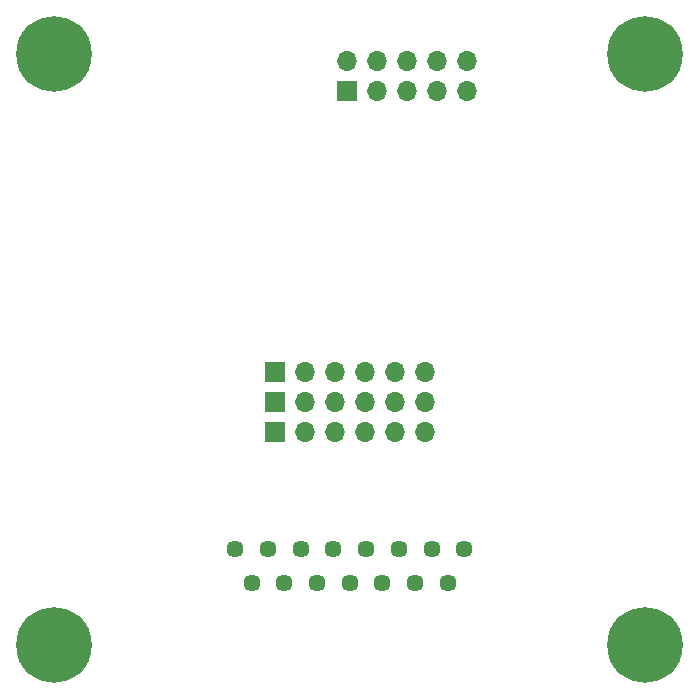
<source format=gbr>
%TF.GenerationSoftware,KiCad,Pcbnew,8.0.0*%
%TF.CreationDate,2024-10-25T11:24:30+02:00*%
%TF.ProjectId,Projet_Animatronic,50726f6a-6574-45f4-916e-696d6174726f,rev?*%
%TF.SameCoordinates,Original*%
%TF.FileFunction,Soldermask,Bot*%
%TF.FilePolarity,Negative*%
%FSLAX46Y46*%
G04 Gerber Fmt 4.6, Leading zero omitted, Abs format (unit mm)*
G04 Created by KiCad (PCBNEW 8.0.0) date 2024-10-25 11:24:30*
%MOMM*%
%LPD*%
G01*
G04 APERTURE LIST*
%ADD10C,1.447800*%
%ADD11C,0.800000*%
%ADD12C,6.400000*%
%ADD13R,1.700000X1.700000*%
%ADD14O,1.700000X1.700000*%
G04 APERTURE END LIST*
D10*
%TO.C,J101*%
X90305000Y-131939993D03*
X93075000Y-131939993D03*
X95844999Y-131939993D03*
X98614999Y-131939993D03*
X101384998Y-131939993D03*
X104154998Y-131939993D03*
X106924998Y-131939993D03*
X109694997Y-131939993D03*
X91690001Y-134779992D03*
X94460001Y-134779992D03*
X97230000Y-134779992D03*
X100000000Y-134779992D03*
X102770000Y-134779992D03*
X105539999Y-134779992D03*
X108309999Y-134779992D03*
%TD*%
D11*
%TO.C,H103*%
X72600000Y-90000000D03*
X73302944Y-88302944D03*
X73302944Y-91697056D03*
X75000000Y-87600000D03*
D12*
X75000000Y-90000000D03*
D11*
X75000000Y-92400000D03*
X76697056Y-88302944D03*
X76697056Y-91697056D03*
X77400000Y-90000000D03*
%TD*%
D13*
%TO.C,J103*%
X99760000Y-93140000D03*
D14*
X99760000Y-90600000D03*
X102300000Y-93140000D03*
X102300000Y-90600000D03*
X104840000Y-93140000D03*
X104840000Y-90600000D03*
X107380000Y-93140000D03*
X107380000Y-90600000D03*
X109920000Y-93140000D03*
X109920000Y-90600000D03*
%TD*%
D11*
%TO.C,H102*%
X122600000Y-140000000D03*
X123302944Y-138302944D03*
X123302944Y-141697056D03*
X125000000Y-137600000D03*
D12*
X125000000Y-140000000D03*
D11*
X125000000Y-142400000D03*
X126697056Y-138302944D03*
X126697056Y-141697056D03*
X127400000Y-140000000D03*
%TD*%
%TO.C,H101*%
X72600000Y-140000000D03*
X73302944Y-138302944D03*
X73302944Y-141697056D03*
X75000000Y-137600000D03*
D12*
X75000000Y-140000000D03*
D11*
X75000000Y-142400000D03*
X76697056Y-138302944D03*
X76697056Y-141697056D03*
X77400000Y-140000000D03*
%TD*%
%TO.C,H104*%
X122600000Y-90000000D03*
X123302944Y-88302944D03*
X123302944Y-91697056D03*
X125000000Y-87600000D03*
D12*
X125000000Y-90000000D03*
D11*
X125000000Y-92400000D03*
X126697056Y-88302944D03*
X126697056Y-91697056D03*
X127400000Y-90000000D03*
%TD*%
D13*
%TO.C,J102*%
X93650000Y-116920000D03*
D14*
X96190000Y-116920000D03*
X98730000Y-116920000D03*
X101270000Y-116920000D03*
X103810000Y-116920000D03*
X106350000Y-116920000D03*
%TD*%
D13*
%TO.C,J104*%
X93650000Y-119460000D03*
D14*
X96190000Y-119460000D03*
X98730000Y-119460000D03*
X101270000Y-119460000D03*
X103810000Y-119460000D03*
X106350000Y-119460000D03*
%TD*%
D13*
%TO.C,J105*%
X93650000Y-122000000D03*
D14*
X96190000Y-122000000D03*
X98730000Y-122000000D03*
X101270000Y-122000000D03*
X103810000Y-122000000D03*
X106350000Y-122000000D03*
%TD*%
M02*

</source>
